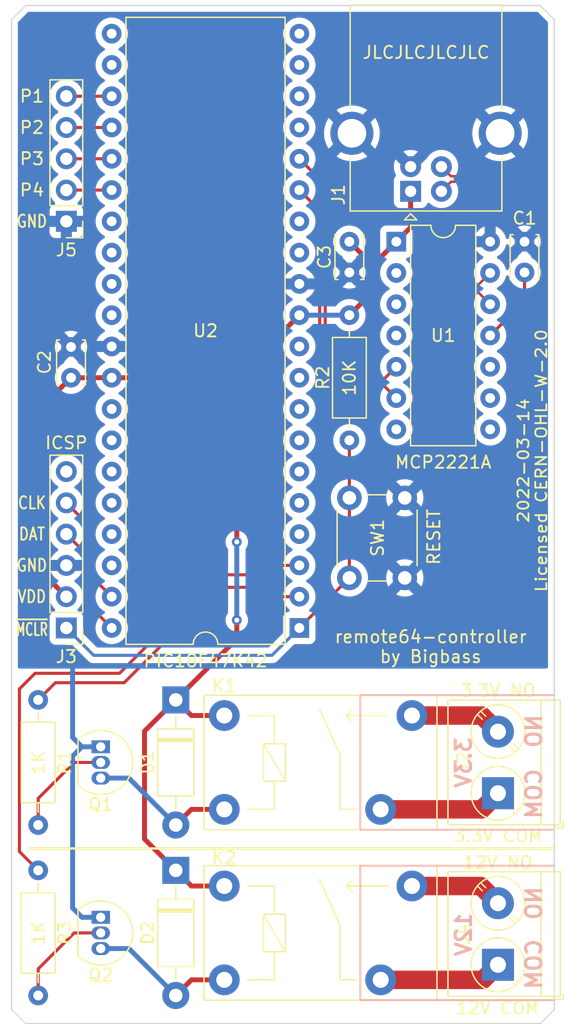
<source format=kicad_pcb>
(kicad_pcb (version 20211014) (generator pcbnew)
  (layers (0 "F.Cu" signal) (31 "B.Cu" signal) (34 "B.Paste" user) (35 "F.Paste" user) (36 "B.SilkS" user "B.Silkscreen") (37 "F.SilkS" user "F.Silkscreen") (38 "B.Mask" user) (39 "F.Mask" user) (44 "Edge.Cuts" user))
  (net 0 "")
  (net 1 "GND")
  (net 2 "Net-(C1-Pad2)")
  (net 3 "VDD")
  (net 4 "Net-(D1-Pad2)")
  (net 5 "Net-(D2-Pad2)")
  (net 6 "/D-")
  (net 7 "/D+")
  (net 8 "/N64_3.3V_SRC")
  (net 9 "/N64_3.3V_DEST")
  (net 10 "MCU_RESET")
  (net 11 "Net-(J3-Pad4)")
  (net 12 "Net-(J3-Pad5)")
  (net 14 "/N64_12V_SRC")
  (net 15 "Net-(Q1-Pad2)")
  (net 16 "Net-(Q2-Pad2)")
  (net 20 "UART->USB")
  (net 21 "UART<-USB")
  (net 47 "/N64CNT1")
  (net 48 "/N64CNT2")
  (net 49 "/N64CNT3")
  (net 50 "/N64CNT4")
  (net 51 "3.3V_RELAY")
  (net 52 "12V_RELAY")
  (net 55 "/N64_12V_DEST")
  (footprint "Package_DIP:DIP-40_W15.24mm" (layer "F.Cu") (at 88.9 115.57 180)
    (fp_text reference "U2" (at 7.62 24.13) (layer "F.SilkS"))
    (fp_text value "PIC18F47K42" (at 7.62 -2.667) (layer "F.SilkS"))
    (fp_line (start 14.08 49.59) (end 14.08 -1.33) (layer "F.SilkS") (width 0.12))
    (fp_line (start 14.08 -1.33) (end 8.62 -1.33) (layer "F.SilkS") (width 0.12))
    (fp_line (start 1.16 -1.33) (end 1.16 49.59) (layer "F.SilkS") (width 0.12))
    (fp_line (start 1.16 49.59) (end 14.08 49.59) (layer "F.SilkS") (width 0.12))
    (fp_line (start 6.62 -1.33) (end 1.16 -1.33) (layer "F.SilkS") (width 0.12))
    (fp_arc (start 8.62 -1.33) (mid 7.62 -0.33) (end 6.62 -1.33) (layer "F.SilkS") (width 0.12))
    (pad "1" thru_hole rect (at 0 0 180) (size 1.6 1.6) (drill 0.8) (layers *.Cu *.Mask) (net 10 "MCU_RESET"))
    (pad "2" thru_hole oval (at 0 2.54 180) (size 1.6 1.6) (drill 0.8) (layers *.Cu *.Mask) (net 51 "3.3V_RELAY"))
    (pad "3" thru_hole oval (at 0 5.08 180) (size 1.6 1.6) (drill 0.8) (layers *.Cu *.Mask) (net 52 "12V_RELAY"))
    (pad "4" thru_hole oval (at 0 7.62 180) (size 1.6 1.6) (drill 0.8) (layers *.Cu *.Mask))
    (pad "5" thru_hole oval (at 0 10.16 180) (size 1.6 1.6) (drill 0.8) (layers *.Cu *.Mask))
    (pad "6" thru_hole oval (at 0 12.7 180) (size 1.6 1.6) (drill 0.8) (layers *.Cu *.Mask))
    (pad "7" thru_hole oval (at 0 15.24 180) (size 1.6 1.6) (drill 0.8) (layers *.Cu *.Mask))
    (pad "8" thru_hole oval (at 0 17.78 180) (size 1.6 1.6) (drill 0.8) (layers *.Cu *.Mask))
    (pad "9" thru_hole oval (at 0 20.32 180) (size 1.6 1.6) (drill 0.8) (layers *.Cu *.Mask))
    (pad "10" thru_hole oval (at 0 22.86 180) (size 1.6 1.6) (drill 0.8) (layers *.Cu *.Mask))
    (pad "11" thru_hole oval (at 0 25.4 180) (size 1.6 1.6) (drill 0.8) (layers *.Cu *.Mask) (net 3 "VDD"))
    (pad "12" thru_hole oval (at 0 27.94 180) (size 1.6 1.6) (drill 0.8) (layers *.Cu *.Mask) (net 1 "GND"))
    (pad "13" thru_hole oval (at 0 30.48 180) (size 1.6 1.6) (drill 0.8) (layers *.Cu *.Mask))
    (pad "14" thru_hole oval (at 0 33.02 180) (size 1.6 1.6) (drill 0.8) (layers *.Cu *.Mask))
    (pad "15" thru_hole oval (at 0 35.56 180) (size 1.6 1.6) (drill 0.8) (layers *.Cu *.Mask) (net 21 "UART<-USB"))
    (pad "16" thru_hole oval (at 0 38.1 180) (size 1.6 1.6) (drill 0.8) (layers *.Cu *.Mask) (net 20 "UART->USB"))
    (pad "17" thru_hole oval (at 0 40.64 180) (size 1.6 1.6) (drill 0.8) (layers *.Cu *.Mask))
    (pad "18" thru_hole oval (at 0 43.18 180) (size 1.6 1.6) (drill 0.8) (layers *.Cu *.Mask))
    (pad "19" thru_hole oval (at 0 45.72 180) (size 1.6 1.6) (drill 0.8) (layers *.Cu *.Mask))
    (pad "20" thru_hole oval (at 0 48.26 180) (size 1.6 1.6) (drill 0.8) (layers *.Cu *.Mask))
    (pad "21" thru_hole oval (at 15.24 48.26 180) (size 1.6 1.6) (drill 0.8) (layers *.Cu *.Mask))
    (pad "22" thru_hole oval (at 15.24 45.72 180) (size 1.6 1.6) (drill 0.8) (layers *.Cu *.Mask))
    (pad "23" thru_hole oval (at 15.24 43.18 180) (size 1.6 1.6) (drill 0.8) (layers *.Cu *.Mask) (net 47 "/N64CNT1"))
    (pad "24" thru_hole oval (at 15.24 40.64 180) (size 1.6 1.6) (drill 0.8) (layers *.Cu *.Mask) (net 48 "/N64CNT2"))
    (pad "25" thru_hole oval (at 15.24 38.1 180) (size 1.6 1.6) (drill 0.8) (layers *.Cu *.Mask) (net 49 "/N64CNT3"))
    (pad "26" thru_hole oval (at 15.24 35.56 180) (size 1.6 1.6) (drill 0.8) (layers *.Cu *.Mask) (net 50 "/N64CNT4"))
    (pad "27" thru_hole oval (at 15.24 33.02 180) (size 1.6 1.6) (drill 0.8) (layers *.Cu *.Mask))
    (pad "28" thru_hole oval (at 15.24 30.48 180) (size 1.6 1.6) (drill 0.8) (layers *.Cu *.Mask))
    (pad "29" thru_hole oval (at 15.24 27.94 180) (size 1.6 1.6) (drill 0.8) (layers *.Cu *.Mask))
    (pad "30" thru_hole oval (at 15.24 25.4 180) (size 1.6 1.6) (drill 0.8) (layers *.Cu *.Mask))
    (pad "31" thru_hole oval (at 15.24 22.86 180) (size 1.6 1.6) (drill 0.8) (layers *.Cu *.Mask) (net 1 "GND"))
    (pad "32" thru_hole oval (at 15.24 20.32 180) (size 1.6 1.6) (drill 0.8) (layers *.Cu *.Mask) (net 3 "VDD"))
    (pad "33" thru_hole oval (at 15.24 17.78 180) (size 1.6 1.6) (drill 0.8) (layers *.Cu *.Mask))
    (pad "34" thru_hole oval (at 15.24 15.24 180) (size 1.6 1.6) (drill 0.8) (layers *.Cu *.Mask))
    (pad "35" thru_hole oval (at 15.24 12.7 180) (size 1.6 1.6) (drill 0.8) (layers *.Cu *.Mask))
    (pad "36" thru_hole oval (at 15.24 10.16 180) (size 1.6 1.6) (drill 0.8) (layers *.Cu *.Mask))
    (pad "37" thru_hole oval (at 15.24 7.62 180) (size 1.6 1.6) (drill 0.8) (layers *.Cu *.Mask))
    (pad "38" thru_hole oval (at 15.24 5.08 180) (size 1.6 1.6) (drill 0.8) (layers *.Cu *.Mask))
    (pad "39" thru_hole oval (at 15.24 2.54 180) (size 1.6 1.6) (drill 0.8) (layers *.Cu *.Mask) (net 12 "Net-(J3-Pad5)"))
    (pad "40" thru_hole oval (at 15.24 0 180) (size 1.6 1.6) (drill 0.8) (layers *.Cu *.Mask) (net 11 "Net-(J3-Pad4)"))
  )
  (footprint "Capacitor_THT:C_Disc_D3.4mm_W2.1mm_P2.50mm" (layer "F.Cu") (at 70.358 92.75 -90)
    (fp_text reference "C2" (at 1.25 2.159 90) (layer "F.SilkS"))
    (fp_text value "0.1uF")
    (fp_line (start -0.57 1.17) (end 3.07 1.17) (layer "F.SilkS") (width 0.12))
    (fp_line (start -0.57 0.925) (end -0.57 1.17) (layer "F.SilkS") (width 0.12))
    (fp_line (start -0.57 -1.17) (end -0.57 -0.925) (layer "F.SilkS") (width 0.12))
    (fp_line (start 3.07 -1.17) (end 3.07 -0.925) (layer "F.SilkS") (width 0.12))
    (fp_line (start 3.07 0.925) (end 3.07 1.17) (layer "F.SilkS") (width 0.12))
    (fp_line (start -0.57 -1.17) (end 3.07 -1.17) (layer "F.SilkS") (width 0.12))
    (pad "1" thru_hole circle (at 0 0 270) (size 1.6 1.6) (drill 0.8) (layers *.Cu *.Mask) (net 1 "GND"))
    (pad "2" thru_hole circle (at 2.5 0 270) (size 1.6 1.6) (drill 0.8) (layers *.Cu *.Mask) (net 3 "VDD"))
  )
  (footprint "TerminalBlock_Phoenix:TerminalBlock_Phoenix_PT-1,5-2-5.0-H_1x02_P5.00mm_Horizontal" (layer "F.Cu") (at 105.029 142.922 90)
    (fp_text reference "J4" (at 2.46 -2.794 90) (layer "F.SilkS"))
    (fp_text value "Conn_01x02")
    (fp_line (start -2.56 5.06) (end 7.56 5.06) (layer "F.SilkS") (width 0.12))
    (fp_line (start 3.742 0.992) (end 3.347 1.388) (layer "F.SilkS") (width 0.12))
    (fp_line (start -2.8 4.66) (end -2.8 5.3) (layer "F.SilkS") (width 0.12))
    (fp_line (start -2.56 3.5) (end 7.56 3.5) (layer "F.SilkS") (width 0.12))
    (fp_line (start -2.56 -4.06) (end -2.56 5.06) (layer "F.SilkS") (width 0.12))
    (fp_line (start 6.654 -1.388) (end 6.259 -0.992) (layer "F.SilkS") (width 0.12))
    (fp_line (start 7.56 -4.06) (end 7.56 5.06) (layer "F.SilkS") (width 0.12))
    (fp_line (start 1.388 -1.654) (end 1.281 -1.547) (layer "F.SilkS") (width 0.12))
    (fp_line (start -1.548 1.281) (end -1.654 1.388) (layer "F.SilkS") (width 0.12))
    (fp_line (start 6.388 -1.654) (end 6.008 -1.274) (layer "F.SilkS") (width 0.12))
    (fp_line (start -2.56 -4.06) (end 7.56 -4.06) (layer "F.SilkS") (width 0.12))
    (fp_line (start -1.282 1.547) (end -1.388 1.654) (layer "F.SilkS") (width 0.12))
    (fp_line (start -2.56 4.6) (end 7.56 4.6) (layer "F.SilkS") (width 0.12))
    (fp_line (start 1.654 -1.388) (end 1.547 -1.281) (layer "F.SilkS") (width 0.12))
    (fp_line (start -2.8 5.3) (end -2.4 5.3) (layer "F.SilkS") (width 0.12))
    (fp_line (start 3.993 1.274) (end 3.613 1.654) (layer "F.SilkS") (width 0.12))
    (fp_circle (center 5 0) (end 7.18 0) (layer "F.SilkS") (width 0.12) (fill none))
    (fp_circle (center 0 0) (end 2.18 0) (layer "F.SilkS") (width 0.12) (fill none))
    (pad "1" thru_hole rect (at 0 0 90) (size 2.6 2.6) (drill 1.3) (layers *.Cu *.Mask) (net 14 "/N64_12V_SRC"))
    (pad "2" thru_hole circle (at 5 0 90) (size 2.6 2.6) (drill 1.3) (layers *.Cu *.Mask) (net 55 "/N64_12V_DEST"))
  )
  (footprint "Connector_PinHeader_2.54mm:PinHeader_1x05_P2.54mm_Vertical" (layer "F.Cu") (at 69.977 82.55 180)
    (fp_text reference "J5" (at 0 -2.33) (layer "F.SilkS"))
    (fp_text value "ControllerPort")
    (fp_line (start -1.33 11.49) (end 1.33 11.49) (layer "F.SilkS") (width 0.12))
    (fp_line (start -1.33 -1.33) (end 0 -1.33) (layer "F.SilkS") (width 0.12))
    (fp_line (start 1.33 1.27) (end 1.33 11.49) (layer "F.SilkS") (width 0.12))
    (fp_line (start -1.33 1.27) (end 1.33 1.27) (layer "F.SilkS") (width 0.12))
    (fp_line (start -1.33 0) (end -1.33 -1.33) (layer "F.SilkS") (width 0.12))
    (fp_line (start -1.33 1.27) (end -1.33 11.49) (layer "F.SilkS") (width 0.12))
    (pad "1" thru_hole rect (at 0 0 180) (size 1.7 1.7) (drill 1) (layers *.Cu *.Mask) (net 1 "GND"))
    (pad "2" thru_hole oval (at 0 2.54 180) (size 1.7 1.7) (drill 1) (layers *.Cu *.Mask) (net 50 "/N64CNT4"))
    (pad "3" thru_hole oval (at 0 5.08 180) (size 1.7 1.7) (drill 1) (layers *.Cu *.Mask) (net 49 "/N64CNT3"))
    (pad "4" thru_hole oval (at 0 7.62 180) (size 1.7 1.7) (drill 1) (layers *.Cu *.Mask) (net 48 "/N64CNT2"))
    (pad "5" thru_hole oval (at 0 10.16 180) (size 1.7 1.7) (drill 1) (layers *.Cu *.Mask) (net 47 "/N64CNT1"))
  )
  (footprint "Capacitor_THT:C_Disc_D3.4mm_W2.1mm_P2.50mm" (layer "F.Cu") (at 92.964 86.701 90)
    (fp_text reference "C3" (at 1.25 -2.032 90) (layer "F.SilkS"))
    (fp_text value "0.1uF")
    (fp_line (start 3.07 0.925) (end 3.07 1.17) (layer "F.SilkS") (width 0.12))
    (fp_line (start -0.57 0.925) (end -0.57 1.17) (layer "F.SilkS") (width 0.12))
    (fp_line (start -0.57 -1.17) (end -0.57 -0.925) (layer "F.SilkS") (width 0.12))
    (fp_line (start 3.07 -1.17) (end 3.07 -0.925) (layer "F.SilkS") (width 0.12))
    (fp_line (start -0.57 1.17) (end 3.07 1.17) (layer "F.SilkS") (width 0.12))
    (fp_line (start -0.57 -1.17) (end 3.07 -1.17) (layer "F.SilkS") (width 0.12))
    (pad "1" thru_hole circle (at 0 0 90) (size 1.6 1.6) (drill 0.8) (layers *.Cu *.Mask) (net 1 "GND"))
    (pad "2" thru_hole circle (at 2.5 0 90) (size 1.6 1.6) (drill 0.8) (layers *.Cu *.Mask) (net 3 "VDD"))
  )
  (footprint "Connector_USB:USB_B_OST_USB-B1HSxx_Horizontal" (layer "F.Cu") (at 97.937 80.1105 90)
    (fp_text reference "J1" (at -0.2805 -5.862 90) (layer "F.SilkS"))
    (fp_text value "USB Port")
    (fp_line (start -1.6 -4.91) (end -1.6 7.41) (layer "F.SilkS") (width 0.12))
    (fp_line (start -1.6 7.41) (end 2.66 7.41) (layer "F.SilkS") (width 0.12))
    (fp_line (start 6.76 -4.91) (end 15.12 -4.91) (layer "F.SilkS") (width 0.12))
    (fp_line (start -1.82 0) (end -2.32 -0.5) (layer "F.SilkS") (width 0.12))
    (fp_line (start -2.32 0.5) (end -1.82 0) (layer "F.SilkS") (width 0.12))
    (fp_line (start 2.66 -4.91) (end -1.6 -4.91) (layer "F.SilkS") (width 0.12))
    (fp_line (start 15.12 7.41) (end 6.76 7.41) (layer "F.SilkS") (width 0.12))
    (fp_line (start -2.32 -0.5) (end -2.32 0.5) (layer "F.SilkS") (width 0.12))
    (fp_line (start 15.12 -4.91) (end 15.12 7.41) (layer "F.SilkS") (width 0.12))
    (pad "1" thru_hole rect (at 0 0 90) (size 1.7 1.7) (drill 0.92) (layers *.Cu *.Mask) (net 3 "VDD"))
    (pad "2" thru_hole circle (at 0 2.5 90) (size 1.7 1.7) (drill 0.92) (layers *.Cu *.Mask) (net 6 "/D-"))
    (pad "3" thru_hole circle (at 2 2.5 90) (size 1.7 1.7) (drill 0.92) (layers *.Cu *.Mask) (net 7 "/D+"))
    (pad "4" thru_hole circle (at 2 0 90) (size 1.7 1.7) (drill 0.92) (layers *.Cu *.Mask) (net 1 "GND"))
    (pad "5" thru_hole circle (at 4.71 7.27 90) (size 3.5 3.5) (drill 2.33) (layers *.Cu *.Mask) (net 1 "GND"))
    (pad "5" thru_hole circle (at 4.71 -4.77 90) (size 3.5 3.5) (drill 2.33) (layers *.Cu *.Mask) (net 1 "GND"))
  )
  (footprint "Resistor_THT:R_Axial_DIN0207_L6.3mm_D2.5mm_P10.16mm_Horizontal" (layer "F.Cu") (at 67.691 135.255 -90)
    (fp_text reference "R3" (at 5.08 -2.159 90) (layer "F.SilkS"))
    (fp_text value "1K" (at 5.08 0 90) (layer "F.SilkS"))
    (fp_line (start 1.04 0) (end 1.81 0) (layer "F.SilkS") (width 0.12))
    (fp_line (start 9.12 0) (end 8.35 0) (layer "F.SilkS") (width 0.12))
    (fp_line (start 8.35 -1.37) (end 1.81 -1.37) (layer "F.SilkS") (width 0.12))
    (fp_line (start 1.81 1.37) (end 8.35 1.37) (layer "F.SilkS") (width 0.12))
    (fp_line (start 1.81 -1.37) (end 1.81 1.37) (layer "F.SilkS") (width 0.12))
    (fp_line (start 8.35 1.37) (end 8.35 -1.37) (layer "F.SilkS") (width 0.12))
    (pad "1" thru_hole circle (at 0 0 270) (size 1.6 1.6) (drill 0.8) (layers *.Cu *.Mask) (net 52 "12V_RELAY"))
    (pad "2" thru_hole oval (at 10.16 0 270) (size 1.6 1.6) (drill 0.8) (layers *.Cu *.Mask) (net 16 "Net-(Q2-Pad2)"))
  )
  (footprint "TerminalBlock_Phoenix:TerminalBlock_Phoenix_PT-1,5-2-5.0-H_1x02_P5.00mm_Horizontal" (layer "F.Cu") (at 105.029 128.992 90)
    (fp_text reference "J2" (at 2.5 -2.794 90) (layer "F.SilkS"))
    (fp_text value "Conn_01x02")
    (fp_line (start 6.654 -1.388) (end 6.259 -0.992) (layer "F.SilkS") (width 0.12))
    (fp_line (start -2.56 -4.06) (end 7.56 -4.06) (layer "F.SilkS") (width 0.12))
    (fp_line (start -2.8 4.66) (end -2.8 5.3) (layer "F.SilkS") (width 0.12))
    (fp_line (start 3.742 0.992) (end 3.347 1.388) (layer "F.SilkS") (width 0.12))
    (fp_line (start -1.548 1.281) (end -1.654 1.388) (layer "F.SilkS") (width 0.12))
    (fp_line (start -2.56 5.06) (end 7.56 5.06) (layer "F.SilkS") (width 0.12))
    (fp_line (start -2.56 4.6) (end 7.56 4.6) (layer "F.SilkS") (width 0.12))
    (fp_line (start -2.56 -4.06) (end -2.56 5.06) (layer "F.SilkS") (width 0.12))
    (fp_line (start -1.282 1.547) (end -1.388 1.654) (layer "F.SilkS") (width 0.12))
    (fp_line (start 1.388 -1.654) (end 1.281 -1.547) (layer "F.SilkS") (width 0.12))
    (fp_line (start 6.388 -1.654) (end 6.008 -1.274) (layer "F.SilkS") (width 0.12))
    (fp_line (start -2.8 5.3) (end -2.4 5.3) (layer "F.SilkS") (width 0.12))
    (fp_line (start 7.56 -4.06) (end 7.56 5.06) (layer "F.SilkS") (width 0.12))
    (fp_line (start 1.654 -1.388) (end 1.547 -1.281) (layer "F.SilkS") (width 0.12))
    (fp_line (start -2.56 3.5) (end 7.56 3.5) (layer "F.SilkS") (width 0.12))
    (fp_line (start 3.993 1.274) (end 3.613 1.654) (layer "F.SilkS") (width 0.12))
    (fp_circle (center 5 0) (end 7.18 0) (layer "F.SilkS") (width 0.12) (fill none))
    (fp_circle (center 0 0) (end 2.18 0) (layer "F.SilkS") (width 0.12) (fill none))
    (pad "1" thru_hole rect (at 0 0 90) (size 2.6 2.6) (drill 1.3) (layers *.Cu *.Mask) (net 8 "/N64_3.3V_SRC"))
    (pad "2" thru_hole circle (at 5 0 90) (size 2.6 2.6) (drill 1.3) (layers *.Cu *.Mask) (net 9 "/N64_3.3V_DEST"))
  )
  (footprint "Diode_THT:D_DO-41_SOD81_P10.16mm_Horizontal" (layer "F.Cu") (at 78.867 121.412 -90)
    (fp_text reference "D1" (at 5.08 2.286 90) (layer "F.SilkS"))
    (fp_text value "SB1100E")
    (fp_line (start 3.38 -1.47) (end 3.38 1.47) (layer "F.SilkS") (width 0.12))
    (fp_line (start 2.36 -1.47) (end 2.36 1.47) (layer "F.SilkS") (width 0.12))
    (fp_line (start 2.36 1.47) (end 7.8 1.47) (layer "F.SilkS") (width 0.12))
    (fp_line (start 1.34 0) (end 2.36 0) (layer "F.SilkS") (width 0.12))
    (fp_line (start 7.8 1.47) (end 7.8 -1.47) (layer "F.SilkS") (width 0.12))
    (fp_line (start 7.8 -1.47) (end 2.36 -1.47) (layer "F.SilkS") (width 0.12))
    (fp_line (start 8.82 0) (end 7.8 0) (layer "F.SilkS") (width 0.12))
    (fp_line (start 3.26 -1.47) (end 3.26 1.47) (layer "F.SilkS") (width 0.12))
    (fp_line (start 3.14 -1.47) (end 3.14 1.47) (layer "F.SilkS") (width 0.12))
    (pad "1" thru_hole rect (at 0 0 270) (size 2.2 2.2) (drill 1.1) (layers *.Cu *.Mask) (net 3 "VDD"))
    (pad "2" thru_hole oval (at 10.16 0 270) (size 2.2 2.2) (drill 1.1) (layers *.Cu *.Mask) (net 4 "Net-(D1-Pad2)"))
  )
  (footprint "remote64-controller:OJE-SS-105LMH" (layer "F.Cu") (at 90.424 126.492)
    (fp_text reference "K1" (at -7.62 -6.223 unlocked) (layer "F.SilkS"))
    (fp_text value "OJE-xx-1xxLMx")
    (fp_line (start -3.556 1.524) (end -3.556 3.81) (layer "F.SilkS") (width 0.12))
    (fp_line (start 2.286 -3.81) (end 2.794 -4.318) (layer "F.SilkS") (width 0.12))
    (fp_line (start 5.715 -3.81) (end 2.286 -3.81) (layer "F.SilkS") (width 0.12))
    (fp_line (start 1.778 3.81) (end 1.778 -0.635) (layer "F.SilkS") (width 0.12))
    (fp_line (start -4.445 -1.524) (end -2.667 1.524) (layer "F.SilkS") (width 0.12))
    (fp_line (start -3.556 -3.81) (end -3.556 -1.524) (layer "F.SilkS") (width 0.12))
    (fp_line (start 2.794 -3.302) (end 2.286 -3.81) (layer "F.SilkS") (width 0.12))
    (fp_line (start -5.715 -3.81) (end -3.556 -3.81) (layer "F.SilkS") (width 0.12))
    (fp_line (start -5.715 3.81) (end -3.556 3.81) (layer "F.SilkS") (width 0.12))
    (fp_line (start 3.175 3.81) (end 1.778 3.81) (layer "F.SilkS") (width 0.12))
    (fp_line (start 1.778 -0.635) (end 0.127 -4.318) (layer "F.SilkS") (width 0.12))
    (fp_rect (start -9.271 -5.461) (end 9.652 5.461) (layer "F.SilkS") (width 0.12) (fill none))
    (fp_rect (start -4.445 -1.524) (end -2.667 1.524) (layer "F.SilkS") (width 0.12) (fill none))
    (pad "1" thru_hole circle (at 5.08 3.81) (size 2.5 2.5) (drill 1.3) (layers *.Cu *.Mask) (net 8 "/N64_3.3V_SRC"))
    (pad "2" thru_hole circle (at 7.62 -3.81) (size 2.5 2.5) (drill 1.3) (layers *.Cu *.Mask) (net 9 "/N64_3.3V_DEST"))
    (pad "3" thru_hole circle (at -7.62 -3.81) (size 2.5 2.5) (drill 1.3) (layers *.Cu *.Mask) (net 3 "VDD"))
    (pad "4" thru_hole circle (at -7.62 3.81) (size 2.5 2.5) (drill 1.3) (layers *.Cu *.Mask) (net 4 "Net-(D1-Pad2)"))
  )
  (footprint "Package_DIP:DIP-14_W7.62mm" (layer "F.Cu") (at 96.774 84.201)
    (fp_text reference "U1" (at 3.81 7.62 180) (layer "F.SilkS"))
    (fp_text value "MCP2221A" (at 3.81 17.907) (layer "F.SilkS"))
    (fp_line (start 6.46 -1.33) (end 4.81 -1.33) (layer "F.SilkS") (width 0.12))
    (fp_line (start 6.46 16.57) (end 6.46 -1.33) (layer "F.SilkS") (width 0.12))
    (fp_line (start 1.16 -1.33) (end 1.16 16.57) (layer "F.SilkS") (width 0.12))
    (fp_line (start 2.81 -1.33) (end 1.16 -1.33) (layer "F.SilkS") (width 0.12))
    (fp_line (start 1.16 16.57) (end 6.46 16.57) (layer "F.SilkS") (width 0.12))
    (fp_arc (start 4.81 -1.33) (mid 3.81 -0.33) (end 2.81 -1.33) (layer "F.SilkS") (width 0.12))
    (pad "1" thru_hole rect (at 0 0) (size 1.6 1.6) (drill 0.8) (layers *.Cu *.Mask) (net 3 "VDD"))
    (pad "2" thru_hole oval (at 0 2.54) (size 1.6 1.6) (drill 0.8) (layers *.Cu *.Mask))
    (pad "3" thru_hole oval (at 0 5.08) (size 1.6 1.6) (drill 0.8) (layers *.Cu *.Mask))
    (pad "4" thru_hole oval (at 0 7.62) (size 1.6 1.6) (drill 0.8) (layers *.Cu *.Mask))
    (pad "5" thru_hole oval (at 0 10.16) (size 1.6 1.6) (drill 0.8) (layers *.Cu *.Mask) (net 20 "UART->USB"))
    (pad "6" thru_hole oval (at 0 12.7) (size 1.6 1.6) (drill 0.8) (layers *.Cu *.Mask) (net 21 "UART<-USB"))
    (pad "7" thru_hole oval (at 0 15.24) (size 1.6 1.6) (drill 0.8) (layers *.Cu *.Mask))
    (pad "8" thru_hole oval (at 7.62 15.24) (size 1.6 1.6) (drill 0.8) (layers *.Cu *.Mask))
    (pad "9" thru_hole oval (at 7.62 12.7) (size 1.6 1.6) (drill 0.8) (layers *.Cu *.Mask))
    (pad "10" thru_hole oval (at 7.62 10.16) (size 1.6 1.6) (drill 0.8) (layers *.Cu *.Mask))
    (pad "11" thru_hole oval (at 7.62 7.62) (size 1.6 1.6) (drill 0.8) (layers *.Cu *.Mask) (net 2 "Net-(C1-Pad2)"))
    (pad "12" thru_hole oval (at 7.62 5.08) (size 1.6 1.6) (drill 0.8) (layers *.Cu *.Mask) (net 6 "/D-"))
    (pad "13" thru_hole oval (at 7.62 2.54) (size 1.6 1.6) (drill 0.8) (layers *.Cu *.Mask) (net 7 "/D+"))
    (pad "14" thru_hole oval (at 7.62 0) (size 1.6 1.6) (drill 0.8) (layers *.Cu *.Mask) (net 1 "GND"))
  )
  (footprint "remote64-controller:OJE-SS-105LMH" (layer "F.Cu") (at 90.424 140.335)
    (fp_text reference "K2" (at -7.62 -6.096 unlocked) (layer "F.SilkS"))
    (fp_text value "OJE-xx-1xxLMx")
    (fp_line (start -4.445 -1.524) (end -2.667 1.524) (layer "F.SilkS") (width 0.12))
    (fp_line (start -3.556 -3.81) (end -3.556 -1.524) (layer "F.SilkS") (width 0.12))
    (fp_line (start -5.715 3.81) (end -3.556 3.81) (layer "F.SilkS") (width 0.12))
    (fp_line (start 1.778 -0.635) (end 0.127 -4.318) (layer "F.SilkS") (width 0.12))
    (fp_line (start 2.794 -3.302) (end 2.286 -3.81) (layer "F.SilkS") (width 0.12))
    (fp_line (start 3.175 3.81) (end 1.778 3.81) (layer "F.SilkS") (width 0.12))
    (fp_line (start -3.556 1.524) (end -3.556 3.81) (layer "F.SilkS") (width 0.12))
    (fp_line (start 5.715 -3.81) (end 2.286 -3.81) (layer "F.SilkS") (width 0.12))
    (fp_line (start 2.286 -3.81) (end 2.794 -4.318) (layer "F.SilkS") (width 0.12))
    (fp_line (start -5.715 -3.81) (end -3.556 -3.81) (layer "F.SilkS") (width 0.12))
    (fp_line (start 1.778 3.81) (end 1.778 -0.635) (layer "F.SilkS") (width 0.12))
    (fp_rect (start -9.271 -5.461) (end 9.652 5.461) (layer "F.SilkS") (width 0.12) (fill none))
    (fp_rect (start -4.445 -1.524) (end -2.667 1.524) (layer "F.SilkS") (width 0.12) (fill none))
    (pad "1" thru_hole circle (at 5.08 3.81) (size 2.5 2.5) (drill 1.3) (layers *.Cu *.Mask) (net 14 "/N64_12V_SRC"))
    (pad "2" thru_hole circle (at 7.62 -3.81) (size 2.5 2.5) (drill 1.3) (layers *.Cu *.Mask) (net 55 "/N64_12V_DEST"))
    (pad "3" thru_hole circle (at -7.62 -3.81) (size 2.5 2.5) (drill 1.3) (layers *.Cu *.Mask) (net 3 "VDD"))
    (pad "4" thru_hole circle (at -7.62 3.81) (size 2.5 2.5) (drill 1.3) (layers *.Cu *.Mask) (net 5 "Net-(D2-Pad2)"))
  )
  (footprint "Diode_THT:D_DO-41_SOD81_P10.16mm_Horizontal" (layer "F.Cu") (at 78.867 135.255 -90)
    (fp_text reference "D2" (at 5.08 2.286 90) (layer "F.SilkS"))
    (fp_text value "SB1100E")
    (fp_line (start 7.8 -1.47) (end 2.36 -1.47) (layer "F.SilkS") (width 0.12))
    (fp_line (start 7.8 1.47) (end 7.8 -1.47) (layer "F.SilkS") (width 0.12))
    (fp_line (start 3.26 -1.47) (end 3.26 1.47) (layer "F.SilkS") (width 0.12))
    (fp_line (start 8.82 0) (end 7.8 0) (layer "F.SilkS") (width 0.12))
    (fp_line (start 3.38 -1.47) (end 3.38 1.47) (layer "F.SilkS") (width 0.12))
    (fp_line (start 2.36 -1.47) (end 2.36 1.47) (layer "F.SilkS") (width 0.12))
    (fp_line (start 1.34 0) (end 2.36 0) (layer "F.SilkS") (width 0.12))
    (fp_line (start 2.36 1.47) (end 7.8 1.47) (layer "F.SilkS") (width 0.12))
    (fp_line (start 3.14 -1.47) (end 3.14 1.47) (layer "F.SilkS") (width 0.12))
    (pad "1" thru_hole rect (at 0 0 270) (size 2.2 2.2) (drill 1.1) (layers *.Cu *.Mask) (net 3 "VDD"))
    (pad "2" thru_hole oval (at 10.16 0 270) (size 2.2 2.2) (drill 1.1) (layers *.Cu *.Mask) (net 5 "Net-(D2-Pad2)"))
  )
  (footprint "Button_Switch_THT:SW_PUSH_6mm_H7.3mm" (layer "F.Cu") (at 97.464 105.006 -90)
    (fp_text reference "SW1" (at 3.25 2.214 90) (layer "F.SilkS"))
    (fp_text value "MCU_RESET")
    (fp_line (start 6.75 3) (end 6.75 1.5) (layer "F.SilkS") (width 0.12))
    (fp_line (start 1 5.5) (end 5.5 5.5) (layer "F.SilkS") (width 0.12))
    (fp_line (start -0.25 1.5) (end -0.25 3) (layer "F.SilkS") (width 0.12))
    (fp_line (start 5.5 -1) (end 1 -1) (layer "F.SilkS") (width 0.12))
    (pad "1" thru_hole circle (at 6.5 0) (size 2 2) (drill 1.1) (layers *.Cu *.Mask) (net 1 "GND"))
    (pad "1" thru_hole circle (at 0 0) (size 2 2) (drill 1.1) (layers *.Cu *.Mask) (net 1 "GND"))
    (pad "2" thru_hole circle (at 6.5 4.5) (size 2 2) (drill 1.1) (layers *.Cu *.Mask) (net 10 "MCU_RESET"))
    (pad "2" thru_hole circle (at 0 4.5) (size 2 2) (drill 1.1) (layers *.Cu *.Mask) (net 10 "MCU_RESET"))
  )
  (footprint "Connector_PinHeader_2.54mm:PinHeader_1x06_P2.54mm_Vertical" (layer "F.Cu") (at 69.977 115.57 180)
    (fp_text reference "J3" (at 0 -2.33 180) (layer "F.SilkS"))
    (fp_text value "ICSP" (at 0 15.03 180) (layer "F.SilkS"))
    (fp_line (start -1.33 0) (end -1.33 -1.33) (layer "F.SilkS") (width 0.12))
    (fp_line (start -1.33 1.27) (end 1.33 1.27) (layer "F.SilkS") (width 0.12))
    (fp_line (start -1.33 -1.33) (end 0 -1.33) (layer "F.SilkS") (width 0.12))
    (fp_line (start 1.33 1.27) (end 1.33 14.03) (layer "F.SilkS") (width 0.12))
    (fp_line (start -1.33 1.27) (end -1.33 14.03) (layer "F.SilkS") (width 0.12))
    (fp_line (start -1.33 14.03) (end 1.33 14.03) (layer "F.SilkS") (width 0.12))
    (pad "1" thru_hole rect (at 0 0 180) (size 1.7 1.7) (drill 1) (layers *.Cu *.Mask) (net 10 "MCU_RESET"))
    (pad "2" thru_hole oval (at 0 2.54 180) (size 1.7 1.7) (drill 1) (layers *.Cu *.Mask) (net 3 "VDD"))
    (pad "3" thru_hole oval (at 0 5.08 180) (size 1.7 1.7) (drill 1) (layers *.Cu *.Mask) (net 1 "GND"))
    (pad "4" thru_hole oval (at 0 7.62 180) (size 1.7 1.7) (drill 1) (layers *.Cu *.Mask) (net 11 "Net-(J3-Pad4)"))
    (pad "5" thru_hole oval (at 0 10.16 180) (size 1.7 1.7) (drill 1) (layers *.Cu *.Mask) (net 12 "Net-(J3-Pad5)"))
    (pad "6" thru_hole oval (at 0 12.7 180) (size 1.7 1.7) (drill 1) (layers *.Cu *.Mask))
  )
  (footprint "Package_TO_SOT_THT:TO-92_Inline" (layer "F.Cu") (at 72.771 139.065 -90)
    (fp_text reference "Q2" (at 4.699 0 180) (layer "F.SilkS"))
    (fp_text value "PN2222A")
    (fp_line (start -0.53 1.85) (end 3.07 1.85) (layer "F.SilkS") (width 0.12))
    (fp_arc (start 1.27 -2.6) (mid 3.672087 -0.994977) (end 3.108478 1.838478) (layer "F.SilkS") (width 0.12))
    (fp_arc (start -0.568478 1.838478) (mid -1.132087 -0.994977) (end 1.27 -2.6) (layer "F.SilkS") (width 0.12))
    (pad "1" thru_hole rect (at 0 0 270) (size 1.05 1.5) (drill 0.75) (layers *.Cu *.Mask) (net 1 "GND"))
    (pad "2" thru_hole oval (at 1.27 0 270) (size 1.05 1.5) (drill 0.75) (layers *.Cu *.Mask) (net 16 "Net-(Q2-Pad2)"))
    (pad "3" thru_hole oval (at 2.54 0 270) (size 1.05 1.5) (drill 0.75) (layers *.Cu *.Mask) (net 5 "Net-(D2-Pad2)"))
  )
  (footprint "Capacitor_THT:C_Disc_D3.4mm_W2.1mm_P2.50mm" (layer "F.Cu") (at 107.188 84.201 -90)
    (fp_text reference "C1" (at -1.905 0 180) (layer "F.SilkS"))
    (fp_text value "0.1uF")
    (fp_line (start 3.07 0.925) (end 3.07 1.17) (layer "F.SilkS") (width 0.12))
    (fp_line (start -0.57 1.17) (end 3.07 1.17) (layer "F.SilkS") (width 0.12))
    (fp_line (start -0.57 0.925) (end -0.57 1.17) (layer "F.SilkS") (width 0.12))
    (fp_line (start -0.57 -1.17) (end 3.07 -1.17) (layer "F.SilkS") (width 0.12))
    (fp_line (start 3.07 -1.17) (end 3.07 -0.925) (layer "F.SilkS") (width 0.12))
    (fp_line (start -0.57 -1.17) (end -0.57 -0.925) (layer "F.SilkS") (width 0.12))
    (pad "1" thru_hole circle (at 0 0 270) (size 1.6 1.6) (drill 0.8) (layers *.Cu *.Mask) (net 1 "GND"))
    (pad "2" thru_hole circle (at 2.5 0 270) (size 1.6 1.6) (drill 0.8) (layers *.Cu *.Mask) (net 2 "Net-(C1-Pad2)"))
  )
  (footprint "Resistor_THT:R_Axial_DIN0207_L6.3mm_D2.5mm_P10.16mm_Horizontal" (layer "F.Cu") (at 92.964 90.17 -90)
    (fp_text reference "R2" (at 5.08 2.159 90) (layer "F.SilkS"))
    (fp_text value "10K" (at 5.08 0 90) (layer "F.SilkS"))
    (fp_line (start 1.04 0) (end 1.81 0) (layer "F.SilkS") (width 0.12))
    (fp_line (start 8.35 -1.37) (end 1.81 -1.37) (layer "F.SilkS") (width 0.12))
    (fp_line (start 1.81 -1.37) (end 1.81 1.37) (layer "F.SilkS") (width 0.12))
    (fp_line (start 8.35 1.37) (end 8.35 -1.37) (layer "F.SilkS") (width 0.12))
    (fp_line (start 1.81 1.37) (end 8.35 1.37) (layer "F.SilkS") (width 0.12))
    (fp_line (start 9.12 0) (end 8.35 0) (layer "F.SilkS") (width 0.12))
    (pad "1" thru_hole circle (at 0 0 270) (size 1.6 1.6) (drill 0.8) (layers *.Cu *.Mask) (net 3 "VDD"))
    (pad "2" thru_hole oval (at 10.16 0 270) (size 1.6 1.6) (drill 0.8) (layers *.Cu *.Mask) (net 10 "MCU_RESET"))
  )
  (footprint "Package_TO_SOT_THT:TO-92_Inline" (layer "F.Cu") (at 72.771 125.222 -90)
    (fp_text reference "Q1" (at 4.699 0 180) (layer "F.SilkS"))
    (fp_text value "PN2222A")
    (fp_line (start -0.53 1.85) (end 3.07 1.85) (layer "F.SilkS") (width 0.12))
    (fp_arc (start 1.27 -2.6) (mid 3.672087 -0.994977) (end 3.108478 1.838478) (layer "F.SilkS") (width 0.12))
    (fp_arc (start -0.568478 1.838478) (mid -1.132087 -0.994977) (end 1.27 -2.6) (layer "F.SilkS") (width 0.12))
    (pad "1" thru_hole rect (at 0 0 270) (size 1.05 1.5) (drill 0.75) (layers *.Cu *.Mask) (net 1 "GND"))
    (pad "2" thru_hole oval (at 1.27 0 270) (size 1.05 1.5) (drill 0.75) (layers *.Cu *.Mask) (net 15 "Net-(Q1-Pad2)"))
    (pad "3" thru_hole oval (at 2.54 0 270) (size 1.05 1.5) (drill 0.75) (layers *.Cu *.Mask) (net 4 "Net-(D1-Pad2)"))
  )
  (footprint "Resistor_THT:R_Axial_DIN0207_L6.3mm_D2.5mm_P10.16mm_Horizontal" (layer "F.Cu") (at 67.691 121.412 -90)
    (fp_text reference "R1" (at 5.08 -2.159 90) (layer "F.SilkS"))
    (fp_text value "1K" (at 5.08 0 90) (layer "F.SilkS"))
    (fp_line (start 1.04 0) (end 1.81 0) (layer "F.SilkS") (width 0.12))
    (fp_line (start 1.81 -1.37) (end 1.81 1.37) (layer "F.SilkS") (width 0.12))
    (fp_line (start 1.81 1.37) (end 8.35 1.37) (layer "F.SilkS") (width 0.12))
    (fp_line (start 8.35 -1.37) (end 1.81 -1.37) (layer "F.SilkS") (width 0.12))
    (fp_line (start 8.35 1.37) (end 8.35 -1.37) (layer "F.SilkS") (width 0.12))
    (fp_line (start 9.12 0) (end 8.35 0) (layer "F.SilkS") (width 0.12))
    (pad "1" thru_hole circle (at 0 0 270) (size 1.6 1.6) (drill 0.8) (layers *.Cu *.Mask) (net 51 "3.3V_RELAY"))
    (pad "2" thru_hole oval (at 10.16 0 270) (size 1.6 1.6) (drill 0.8) (layers *.Cu *.Mask) (net 15 "Net-(Q1-Pad2)"))
  )
  (gr_line (start 93.853 134.874) (end 109.601 134.874) (layer "B.SilkS") (width 0.15))
  (gr_line (start 93.853 145.796) (end 93.853 134.874) (layer "B.SilkS") (width 0.15))
  (gr_line (start 93.853 131.953) (end 93.853 121.031) (layer "B.SilkS") (width 0.15))
  (gr_line (start 109.601 145.796) (end 93.853 145.796) (layer "B.SilkS") (width 0.15))
  (gr_line (start 109.601 131.953) (end 93.853 131.953) (layer "B.SilkS") (width 0.15))
  (gr_line (start 93.853 121.031) (end 109.601 121.031) (layer "B.SilkS") (width 0.15))
  (gr_line (start 109.601 133.477) (end 66.929 133.477) (layer "F.SilkS") (width 0.2))
  (gr_line (start 108.458 65.024) (end 109.601 66.167) (layer "Edge.Cuts") (width 0.1))
  (gr_line (start 66.675 147.701) (end 108.458 147.701) (layer "Edge.Cuts") (width 0.1))
  (gr_line (start 65.532 66.167) (end 65.532 146.558) (layer "Edge.Cuts") (width 0.1))
  (gr_line (start 109.601 146.558) (end 108.458 147.701) (layer "Edge.Cuts") (width 0.1))
  (gr_line (start 66.675 65.024) (end 108.458 65.024) (layer "Edge.Cuts") (width 0.1))
  (gr_line (start 65.532 146.558) (end 66.675 147.701) (layer "Edge.Cuts") (width 0.1))
  (gr_line (start 65.532 66.167) (end 66.675 65.024) (layer "Edge.Cuts") (width 0.1))
  (gr_line (start 109.601 146.558) (end 109.601 66.167) (layer "Edge.Cuts") (width 0.1))
  (gr_text "COM" (at 107.95 129.032 90) (layer "B.SilkS") (effects (font (size 1.25 1.25) (thickness 0.25)) (justify mirror)))
  (gr_text "COM" (at 107.95 142.875 90) (layer "B.SilkS") (effects (font (size 1.25 1.25) (thickness 0.25)) (justify mirror)))
  (gr_text "12V" (at 102.235 140.462 90) (layer "B.SilkS") (effects (font (size 1.25 1.25) (thickness 0.25)) (justify mirror)))
  (gr_text "3.3V" (at 102.235 126.492 90) (layer "B.SilkS") (effects (font (size 1.25 1.25) (thickness 0.25)) (justify mirror)))
  (gr_text "NO" (at 107.95 123.952 90) (layer "B.SilkS") (effects (font (size 1.25 1.25) (thickness 0.25)) (justify mirror)))
  (gr_text "NO" (at 107.95 137.922 90) (layer "B.SilkS") (effects (font (size 1.25 1.25) (thickness 0.25)) (justify mirror)))
  (gr_text "P3" (at 67.183 77.47) (layer "F.SilkS") (effects (font (size 1 1))))
  (gr_text "P4" (at 67.183 80.01) (layer "F.SilkS") (effects (font (size 1 1))))
  (gr_text "P2" (at 67.183 74.93) (layer "F.SilkS") (effects (font (size 1 1))))
  (gr_text "P1" (at 67.183 72.39) (layer "F.SilkS") (effects (font (size 1 1))))
  (gr_text "~{MCLR}" (at 67.183 115.697) (layer "F.SilkS") (effects (font (size 1 0.65))))
  (gr_text "12V COM" (at 105.029 146.431) (layer "F.SilkS") (effects (font (size 1 1))))
  (gr_text "GND" (at 67.183 110.49) (layer "F.SilkS") (effects (font (size 1 0.8))))
  (gr_text "2022-03-14\nLicensed CERN-OHL-W-2.0" (at 107.823 101.981 90) (layer "F.SilkS") (effects (font (size 0.9 1))))
  (gr_text "3.3V NO" (at 105.029 120.65) (layer "F.SilkS") (effects (font (size 1 1))))
  (gr_text "3.3V COM" (at 105.029 132.461) (layer "F.SilkS") (effects (font (size 1 1))))
  (gr_text "DAT" (at 67.183 107.95) (layer "F.SilkS") (effects (font (size 1 0.8))))
  (gr_text "VDD" (at 67.183 113.03) (layer "F.SilkS") (effects (font (size 1 0.8))))
  (gr_text "12V NO" (at 105.029 134.62) (layer "F.SilkS") (effects (font (size 1 1))))
  (gr_text "CLK" (at 67.183 105.41) (layer "F.SilkS") (effects (font (size 1 0.8))))
  (gr_text "remote64-controller\nby Bigbass\n" (at 99.568 117.094) (layer "F.SilkS") (effects (font (size 1 1))))
  (gr_text "JLCJLCJLCJLC" (at 99.187 68.834) (layer "F.SilkS") (effects (font (size 1 1))))
  (gr_text "GND" (at 67.183 82.55) (layer "F.SilkS") (effects (font (size 1 0.8))))
  (gr_text "RESET" (at 99.822 108.181 90) (layer "F.SilkS") (effects (font (size 1 1))))
  (segment (start 71.247 139.065) (end 70.485 138.303) (width 0.4) (layer "B.Cu") (net 1))
  (segment (start 71.247 125.222) (end 70.485 124.46) (width 0.4) (layer "B.Cu") (net 1))
  (segment (start 71.247 125.222) (end 72.771 125.222) (width 0.4) (layer "B.Cu") (net 1))
  (segment (start 70.485 125.984) (end 71.247 125.222) (width 0.4) (layer "B.Cu") (net 1))
  (segment (start 70.485 124.46) (end 70.485 117.983) (width 0.4) (layer "B.Cu") (net 1))
  (segment (start 70.485 138.303) (end 70.485 125.984) (width 0.4) (layer "B.Cu") (net 1))
  (segment (start 72.771 139.065) (end 71.247 139.065) (width 0.4) (layer "B.Cu") (net 1))
  (segment (start 104.394 91.821) (end 107.188 89.027) (width 0.25) (layer "F.Cu") (net 2))
  (segment (start 107.188 89.027) (end 107.188 86.701) (width 0.25) (layer "F.Cu") (net 2))
  (segment (start 97.937 83.038) (end 96.774 84.201) (width 0.4) (layer "F.Cu") (net 3))
  (segment (start 82.804 122.682) (end 80.137 122.682) (width 0.4) (layer "F.Cu") (net 3))
  (segment (start 76.327 123.952) (end 76.327 132.715) (width 0.4) (layer "F.Cu") (net 3))
  (segment (start 69.977 113.03) (end 67.945 110.998) (width 0.4) (layer "F.Cu") (net 3))
  (segment (start 73.66 95.25) (end 83.82 95.25) (width 0.4) (layer "F.Cu") (net 3))
  (segment (start 67.945 110.998) (end 67.945 97.663) (width 0.4) (layer "F.Cu") (net 3))
  (segment (start 83.82 114.935) (end 83.82 116.459) (width 0.4) (layer "F.Cu") (net 3))
  (segment (start 70.358 95.25) (end 73.66 95.25) (width 0.4) (layer "F.Cu") (net 3))
  (segment (start 78.867 121.412) (end 76.327 123.952) (width 0.4) (layer "F.Cu") (net 3))
  (segment (start 82.804 136.525) (end 80.137 136.525) (width 0.4) (layer "F.Cu") (net 3))
  (segment (start 83.82 116.459) (end 78.867 121.412) (width 0.4) (layer "F.Cu") (net 3))
  (segment (start 83.82 95.25) (end 83.82 108.585) (width 0.4) (layer "F.Cu") (net 3))
  (segment (start 92.964 90.17) (end 94.869 88.265) (width 0.4) (layer "F.Cu") (net 3))
  (segment (start 76.327 132.715) (end 78.867 135.255) (width 0.4) (layer "F.Cu") (net 3))
  (segment (start 67.945 97.663) (end 70.358 95.25) (width 0.4) (layer "F.Cu") (net 3))
  (segment (start 94.869 86.106) (end 92.964 84.201) (width 0.4) (layer "F.Cu") (net 3))
  (segment (start 94.869 88.265) (end 94.869 86.106) (width 0.4) (layer "F.Cu") (net 3))
  (segment (start 94.869 86.106) (end 96.774 84.201) (width 0.4) (layer "F.Cu") (net 3))
  (segment (start 80.137 136.525) (end 78.867 135.255) (width 0.4) (layer "F.Cu") (net 3))
  (segment (start 83.82 95.25) (end 88.9 90.17) (width 0.4) (layer "F.Cu") (net 3))
  (segment (start 97.937 80.1105) (end 97.937 83.038) (width 0.4) (layer "F.Cu") (net 3))
  (segment (start 80.137 122.682) (end 78.867 121.412) (width 0.4) (layer "F.Cu") (net 3))
  (via (at 83.82 108.585) (size 0.8) (drill 0.4) (layers "F.Cu" "B.Cu") (net 3))
  (via (at 83.82 114.935) (size 0.8) (drill 0.4) (layers "F.Cu" "B.Cu") (net 3))
  (segment (start 88.9 90.17) (end 92.964 90.17) (width 0.4) (layer "B.Cu") (net 3))
  (segment (start 83.82 108.585) (end 83.82 114.935) (width 0.4) (layer "B.Cu") (net 3))
  (segment (start 80.137 130.302) (end 78.867 131.572) (width 0.4) (layer "F.Cu") (net 4))
  (segment (start 82.804 130.302) (end 80.137 130.302) (width 0.4) (layer "F.Cu") (net 4))
  (segment (start 75.057 127.762) (end 78.867 131.572) (width 0.4) (layer "B.Cu") (net 4))
  (segment (start 72.771 127.762) (end 75.057 127.762) (width 0.4) (layer "B.Cu") (net 4))
  (segment (start 82.804 144.145) (end 80.137 144.145) (width 0.4) (layer "F.Cu") (net 5))
  (segment (start 80.137 144.145) (end 78.867 145.415) (width 0.4) (layer "F.Cu") (net 5))
  (segment (start 72.771 141.605) (end 75.057 141.605) (width 0.4) (layer "B.Cu") (net 5))
  (segment (start 75.057 141.605) (end 78.867 145.415) (width 0.4) (layer "B.Cu") (net 5))
  (segment (start 101.248 83.2188) (end 103.026 81.4408) (width 0.2) (layer "F.Cu") (net 6))
  (segment (start 102.512301 79.335501) (end 101.211999 79.335501) (width 0.2) (layer "F.Cu") (net 6))
  (segment (start 101.248 87.3422) (end 101.248 83.2188) (width 0.2) (layer "F.Cu") (net 6))
  (segment (start 103.026 81.4408) (end 103.026 79.8492) (width 0.2) (layer "F.Cu") (net 6))
  (segment (start 101.211999 79.335501) (end 100.437 80.1105) (width 0.2) (layer "F.Cu") (net 6))
  (segment (start 104.394 89.281) (end 103.349001 88.236001) (width 0.2) (layer "F.Cu") (net 6))
  (segment (start 103.026 79.8492) (end 102.512301 79.335501) (width 0.2) (layer "F.Cu") (net 6))
  (segment (start 102.141801 88.236001) (end 101.248 87.3422) (width 0.2) (layer "F.Cu") (net 6))
  (segment (start 103.349001 88.236001) (end 102.141801 88.236001) (width 0.2) (layer "F.Cu") (net 6))
  (segment (start 103.349001 87.785999) (end 102.328199 87.785999) (width 0.2) (layer "F.Cu") (net 7))
  (segment (start 103.476 81.6272) (end 103.476 79.6628) (width 0.2) (layer "F.Cu") (net 7))
  (segment (start 102.328199 87.785999) (end 101.698 87.1558) (width 0.2) (layer "F.Cu") (net 7))
  (segment (start 104.394 86.741) (end 103.349001 87.785999) (width 0.2) (layer "F.Cu") (net 7))
  (segment (start 101.698 87.1558) (end 101.698 83.4052) (width 0.2) (layer "F.Cu") (net 7))
  (segment (start 101.211999 78.885499) (end 100.437 78.1105) (width 0.2) (layer "F.Cu") (net 7))
  (segment (start 102.698699 78.885499) (end 101.211999 78.885499) (width 0.2) (layer "F.Cu") (net 7))
  (segment (start 101.698 83.4052) (end 103.476 81.6272) (width 0.2) (layer "F.Cu") (net 7))
  (segment (start 103.476 79.6628) (end 102.698699 78.885499) (width 0.2) (layer "F.Cu") (net 7))
  (segment (start 103.719 130.302) (end 105.029 128.992) (width 1.5) (layer "F.Cu") (net 8))
  (segment (start 95.504 130.302) (end 103.719 130.302) (width 1.5) (layer "F.Cu") (net 8))
  (segment (start 98.044 122.682) (end 103.719 122.682) (width 1.5) (layer "F.Cu") (net 9))
  (segment (start 103.719 122.682) (end 105.029 123.992) (width 1.5) (layer "F.Cu") (net 9))
  (segment (start 88.9 115.57) (end 92.964 111.506) (width 0.25) (layer "F.Cu") (net 10))
  (segment (start 92.964 105.006) (end 92.964 111.506) (width 0.25) (layer "F.Cu") (net 10))
  (segment (start 92.964 105.006) (end 92.964 100.33) (width 0.25) (layer "F.Cu") (net 10))
  (segment (start 72.1995 117.7925) (end 69.977 115.57) (width 0.25) (layer "B.Cu") (net 10))
  (segment (start 86.6775 117.7925) (end 72.1995 117.7925) (width 0.25) (layer "B.Cu") (net 10))
  (segment (start 88.9 115.57) (end 86.6775 117.7925) (width 0.25) (layer "B.Cu") (net 10))
  (segment (start 71.755 109.728) (end 69.977 107.95) (width 0.25) (layer "F.Cu") (net 11))
  (segment (start 71.755 113.665) (end 71.755 109.728) (width 0.25) (layer "F.Cu") (net 11))
  (segment (start 73.66 115.57) (end 71.755 113.665) (width 0.25) (layer "F.Cu") (net 11))
  (segment (start 72.20452 107.63752) (end 72.20452 111.57452) (width 0.25) (layer "F.Cu") (net 12))
  (segment (start 69.977 105.41) (end 72.20452 107.63752) (width 0.25) (layer "F.Cu") (net 12))
  (segment (start 72.20452 111.57452) (end 73.66 113.03) (width 0.25) (layer "F.Cu") (net 12))
  (segment (start 95.504 144.145) (end 103.806 144.145) (width 1.5) (layer "F.Cu") (net 14))
  (segment (start 103.806 144.145) (end 105.029 142.922) (width 1.5) (layer "F.Cu") (net 14))
  (segment (start 67.691 129.413) (end 67.691 131.572) (width 0.25) (layer "F.Cu") (net 15))
  (segment (start 70.612 126.492) (end 67.691 129.413) (width 0.25) (layer "F.Cu") (net 15))
  (segment (start 72.771 126.492) (end 70.612 126.492) (width 0.25) (layer "F.Cu") (net 15))
  (segment (start 67.691 143.256) (end 67.691 145.415) (width 0.25) (layer "F.Cu") (net 16))
  (segment (start 70.612 140.335) (end 67.691 143.256) (width 0.25) (layer "F.Cu") (net 16))
  (segment (start 72.771 140.335) (end 70.612 140.335) (width 0.25) (layer "F.Cu") (net 16))
  (segment (start 92.329 95.377) (end 91.00052 94.04852) (width 0.25) (layer "F.Cu") (net 20))
  (segment (start 95.758 95.377) (end 92.329 95.377) (width 0.25) (layer "F.Cu") (net 20))
  (segment (start 91.00052 79.57052) (end 88.9 77.47) (width 0.25) (layer "F.Cu") (net 20))
  (segment (start 96.774 94.361) (end 95.758 95.377) (width 0.25) (layer "F.Cu") (net 20))
  (segment (start 91.00052 94.04852) (end 91.00052 79.57052) (width 0.25) (layer "F.Cu") (net 20))
  (segment (start 90.551 94.234717) (end 92.142803 95.82652) (width 0.25) (layer "F.Cu") (net 21))
  (segment (start 92.142803 95.82652) (end 95.69952 95.82652) (width 0.25) (layer "F.Cu") (net 21))
  (segment (start 90.551 81.661) (end 90.551 94.234717) (width 0.25) (layer "F.Cu") (net 21))
  (segment (start 95.69952 95.82652) (end 96.774 96.901) (width 0.25) (layer "F.Cu") (net 21))
  (segment (start 88.9 80.01) (end 90.551 81.661) (width 0.25) (layer "F.Cu") (net 21))
  (segment (start 69.977 72.39) (end 73.66 72.39) (width 0.25) (layer "F.Cu") (net 47))
  (segment (start 69.977 74.93) (end 73.66 74.93) (width 0.25) (layer "F.Cu") (net 48))
  (segment (start 69.977 77.47) (end 73.66 77.47) (width 0.25) (layer "F.Cu") (net 49))
  (segment (start 69.977 80.01) (end 73.66 80.01) (width 0.25) (layer "F.Cu") (net 50))
  (segment (start 88.9 113.03) (end 87.503 113.03) (width 0.25) (layer "F.Cu") (net 51))
  (segment (start 74.676 120.015) (end 69.088 120.015) (width 0.25) (layer "F.Cu") (net 51))
  (segment (start 82.423 112.268) (end 74.676 120.015) (width 0.25) (layer "F.Cu") (net 51))
  (segment (start 86.741 112.268) (end 82.423 112.268) (width 0.25) (layer "F.Cu") (net 51))
  (segment (start 87.503 113.03) (end 86.741 112.268) (width 0.25) (layer "F.Cu") (net 51))
  (segment (start 69.088 120.015) (end 67.691 121.412) (width 0.25) (layer "F.Cu") (net 51))
  (segment (start 67.437 119.253) (end 66.167 120.523) (width 0.25) (layer "F.Cu") (net 52))
  (segment (start 87.503 110.49) (end 86.741 111.252) (width 0.25) (layer "F.Cu") (net 52))
  (segment (start 86.741 111.252) (end 82.296 111.252) (width 0.25) (layer "F.Cu") (net 52))
  (segment (start 82.296 111.252) (end 74.295 119.253) (width 0.25) (layer "F.Cu") (net 52))
  (segment (start 74.295 119.253) (end 67.437 119.253) (width 0.25) (layer "F.Cu") (net 52))
  (segment (start 66.167 133.731) (end 67.691 135.255) (width 0.25) (layer "F.Cu") (net 52))
  (segment (start 88.9 110.49) (end 87.503 110.49) (width 0.25) (layer "F.Cu") (net 52))
  (segment (start 66.167 120.523) (end 66.167 133.731) (width 0.25) (layer "F.Cu") (net 52))
  (segment (start 98.044 136.525) (end 103.632 136.525) (width 1.5) (layer "F.Cu") (net 55))
  (segment (start 103.632 136.525) (end 105.029 137.922) (width 1.5) (layer "F.Cu") (net 55))
  (zone (net 1) (net_name "GND") (layer "B.Cu") (connect_pads (clearance 0.508)) (min_thickness 0.254) (fill yes (thermal_gap 0.508) (thermal_bridge_width 0.9))
    (polygon (pts (xy 109.601 118.872) (xy 65.532 118.872) (xy 65.532 65.024) (xy 109.601 65.024)))
  )
)
</source>
